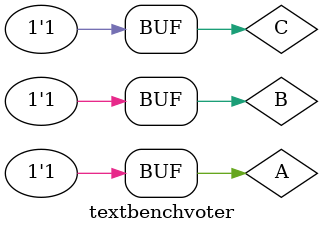
<source format=v>
`timescale 1ns / 1ps


module textbenchvoter(
    );
    reg A,B,C;
    
    initial begin
      A=1'b0;
      #10 A=1'b1;
      #20 A=1'b0;
      #30 A=1'b1;
    end
    
    initial begin
        B=1'b0;
        #5 B=1'b1;
        #10 B=1'b0;
        #25 B=1'b1;
    end
    
    initial begin
        C=1'b1;
        #15 C=1'b0;
        #20 C=1'b1; 
    end
    
    wire F;
    voter voter(
        .a(A),
        .b(B),
        .c(C),
        .f(F)
    );
   
endmodule


</source>
